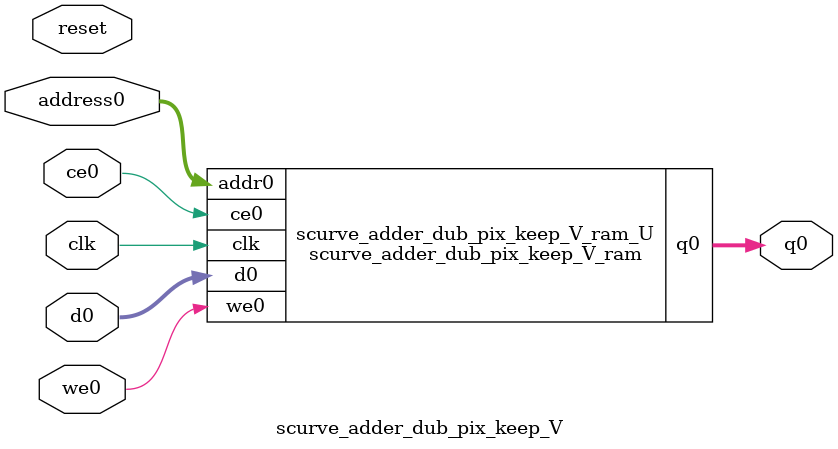
<source format=v>

`timescale 1 ns / 1 ps
module scurve_adder_dub_pix_keep_V_ram (addr0, ce0, d0, we0, q0,  clk);

parameter DWIDTH = 2;
parameter AWIDTH = 3;
parameter MEM_SIZE = 8;

input[AWIDTH-1:0] addr0;
input ce0;
input[DWIDTH-1:0] d0;
input we0;
output reg[DWIDTH-1:0] q0;
input clk;

(* ram_style = "distributed" *)reg [DWIDTH-1:0] ram[MEM_SIZE-1:0];




always @(posedge clk)  
begin 
    if (ce0) 
    begin
        if (we0) 
        begin 
            ram[addr0] <= d0; 
            q0 <= d0;
        end 
        else 
            q0 <= ram[addr0];
    end
end


endmodule


`timescale 1 ns / 1 ps
module scurve_adder_dub_pix_keep_V(
    reset,
    clk,
    address0,
    ce0,
    we0,
    d0,
    q0);

parameter DataWidth = 32'd2;
parameter AddressRange = 32'd8;
parameter AddressWidth = 32'd3;
input reset;
input clk;
input[AddressWidth - 1:0] address0;
input ce0;
input we0;
input[DataWidth - 1:0] d0;
output[DataWidth - 1:0] q0;



scurve_adder_dub_pix_keep_V_ram scurve_adder_dub_pix_keep_V_ram_U(
    .clk( clk ),
    .addr0( address0 ),
    .ce0( ce0 ),
    .d0( d0 ),
    .we0( we0 ),
    .q0( q0 ));

endmodule


</source>
